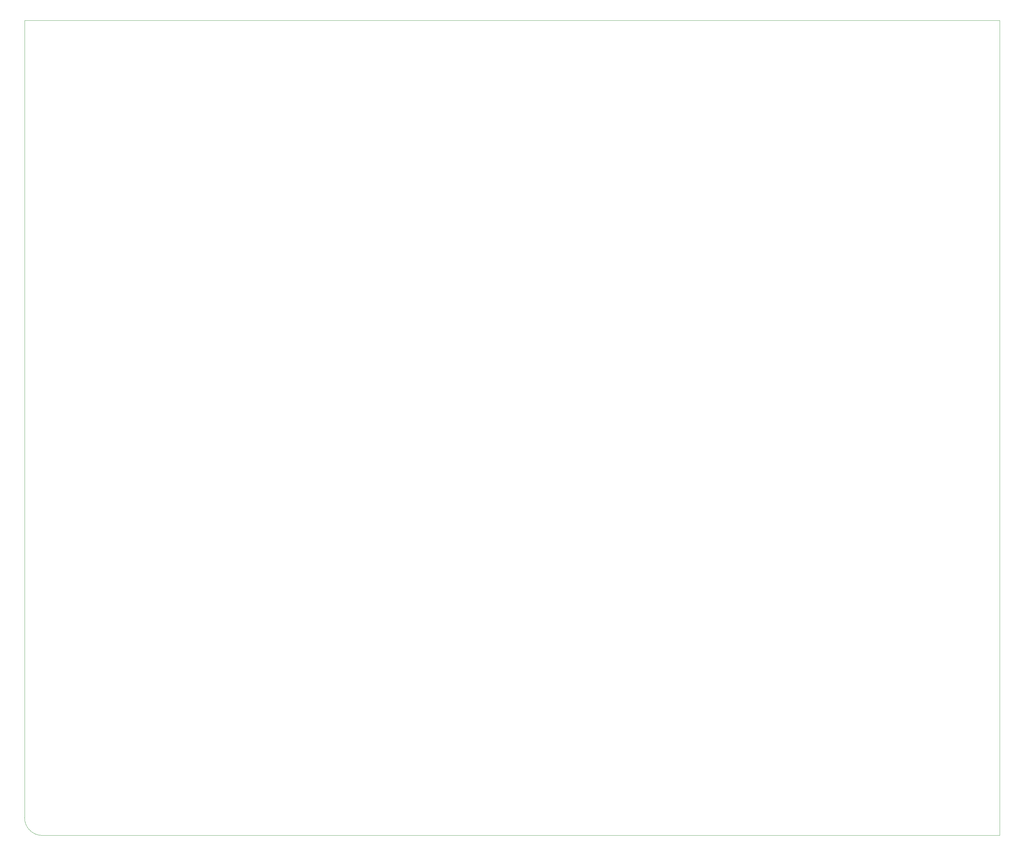
<source format=gm1>
%TF.GenerationSoftware,KiCad,Pcbnew,(6.0.4)*%
%TF.CreationDate,2022-05-26T23:50:18-07:00*%
%TF.ProjectId,bot_L,626f745f-4c2e-46b6-9963-61645f706362,rev?*%
%TF.SameCoordinates,Original*%
%TF.FileFunction,Profile,NP*%
%FSLAX46Y46*%
G04 Gerber Fmt 4.6, Leading zero omitted, Abs format (unit mm)*
G04 Created by KiCad (PCBNEW (6.0.4)) date 2022-05-26 23:50:18*
%MOMM*%
%LPD*%
G01*
G04 APERTURE LIST*
%TA.AperFunction,Profile*%
%ADD10C,0.100000*%
%TD*%
G04 APERTURE END LIST*
D10*
X25000000Y-250000000D02*
X295000000Y-250000000D01*
X20000000Y-20000000D02*
X20000000Y-245000000D01*
X20000000Y-245000000D02*
G75*
G03*
X25000000Y-250000000I5000000J0D01*
G01*
X20000000Y-20000000D02*
X295000000Y-20000000D01*
X295000000Y-20000000D02*
X295000000Y-250000000D01*
M02*

</source>
